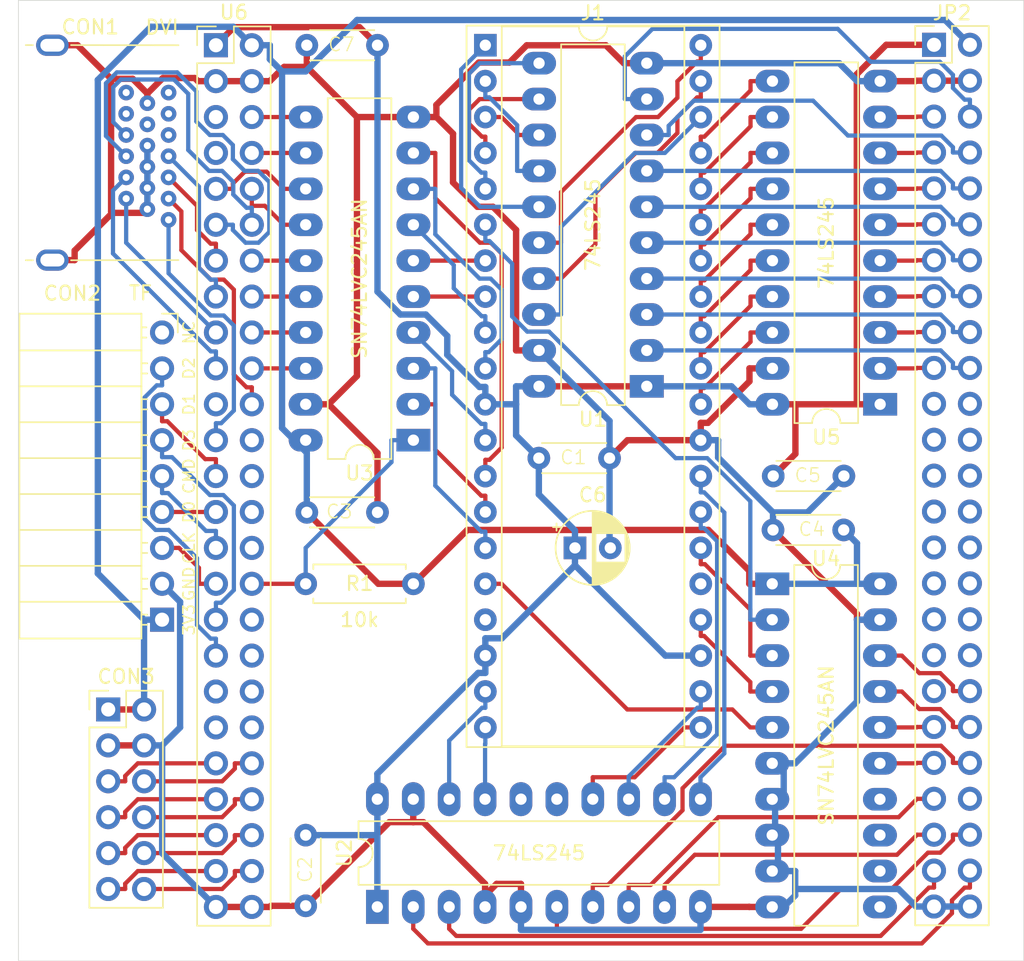
<source format=kicad_pcb>
(kicad_pcb (version 20211014) (generator pcbnew)
  (title_block (title "MSX-IDE 2021") (date "2021-08-05") (company "MSXmakers"))
  (layers (0 "F.Cu" signal "Top") (31 "B.Cu" signal "Bottom") (34 "B.Paste" user) (35 "F.Paste" user) (36 "B.SilkS" user "B.Silkscreen") (37 "F.SilkS" user "F.Silkscreen") (38 "B.Mask" user) (39 "F.Mask" user) (44 "Edge.Cuts" user))
  (net 0 "")
  (net 1 "VCC_3V3")
  (net 2 "GND")
  (net 3 "VCC_5V")
  (net 4 "NMI")
  (net 5 "BUSRQ")
  (net 6 "A15_33")
  (net 7 "A0")
  (net 8 "A14_33")
  (net 9 "A13_33")
  (net 10 "A12_33")
  (net 11 "MERQ")
  (net 12 "IORQ")
  (net 13 "RD")
  (net 14 "WR")
  (net 15 "RESET")
  (net 16 "CLOCK")
  (net 17 "D0")
  (net 18 "D1")
  (net 19 "D2")
  (net 20 "D3")
  (net 21 "D4")
  (net 22 "D5")
  (net 23 "D6")
  (net 24 "D7")
  (net 25 "A1")
  (net 26 "A2")
  (net 27 "A3")
  (net 28 "A4")
  (net 29 "A5")
  (net 30 "A6")
  (net 31 "A7")
  (net 32 "A9")
  (net 33 "A15")
  (net 34 "A11")
  (net 35 "A10")
  (net 36 "A12")
  (net 37 "A8")
  (net 38 "A14")
  (net 39 "A13")
  (net 40 "DATADIR_33")
  (net 41 "M1")
  (net 42 "RFSH")
  (net 43 "A11_33")
  (net 44 "A10_33")
  (net 45 "A9_33")
  (net 46 "A8_33")
  (net 47 "WAIT")
  (net 48 "INT")
  (net 50 "WAIT_33")
  (net 51 "INT_33")
  (net 52 "A0_33")
  (net 53 "A1_33")
  (net 54 "RFSH_33")
  (net 55 "M1_33")
  (net 56 "A2_33")
  (net 57 "A3_33")
  (net 58 "A4_33")
  (net 59 "CLOCK_33")
  (net 60 "RESET_33")
  (net 61 "WR_33")
  (net 62 "RD_33")
  (net 63 "IORQ_33")
  (net 64 "MERQ_33")
  (net 65 "A5_33")
  (net 66 "D7_33")
  (net 67 "D6_33")
  (net 68 "D5_33")
  (net 69 "D4_33")
  (net 70 "D3_33")
  (net 71 "D2_33")
  (net 72 "D1_33")
  (net 73 "D0_33")
  (net 74 "A6_33")
  (net 75 "A7_33")
  (net 76 "SD_D3")
  (net 77 "SD_D2")
  (net 78 "SD_D1")
  (net 79 "SD_D0")
  (net 80 "SD_CMD")
  (net 81 "SD_CLK")
  (net 82 "DV_CLKP")
  (net 83 "DV_CLKN")
  (net 84 "DV_D2N")
  (net 85 "DV_D2P")
  (net 86 "DV_D1N")
  (net 87 "DV_D1P")
  (net 88 "DV_D0N")
  (net 89 "DV_D0P")
  (net 124 "PM_D7")
  (net 125 "PM_D6")
  (net 126 "PM_D5")
  (net 127 "PM_D4")
  (net 128 "PM_D3")
  (net 129 "PM_D2")
  (net 130 "PM_D1")
  (net 131 "PM_D0")
  (footprint "Package_DIP:DIP-20_W7.62mm_LongPads" (layer "F.Cu") (at 151.13 102.87 180)
    (fp_text reference "U1")
    (fp_text value "74LS245")
  )
  (footprint "Mis_huellas:QMTECH_XC7A15T_35T" (layer "F.Cu") (at 120.65 78.74)
    (fp_text reference "U6")
    (fp_text value "QMTECH_XC7A15T_35T")
  )
  (footprint "Package_DIP:DIP-20_W7.62mm_LongPads" (layer "F.Cu") (at 167.64 104.14 180)
    (fp_text reference "U5")
    (fp_text value "74LS245")
  )
  (footprint "Package_DIP:DIP-20_W7.62mm_LongPads" (layer "F.Cu") (at 134.62 106.68 180)
    (fp_text reference "U3")
    (fp_text value "SN74LVC245AN")
  )
  (footprint "Mis_huellas:C_Disc_D4.3mm_W1.9mm_P5.00mm" (layer "F.Cu") (at 165.06 113.03 180)
    (fp_text reference "C4")
    (fp_text value "100n" hide)
  )
  (footprint "Package_DIP:DIP-20_W7.62mm_LongPads" (layer "F.Cu") (at 160.005 116.84)
    (fp_text reference "U4")
    (fp_text value "SN74LVC245AN")
  )
  (footprint "Mis_huellas:C_Disc_D4.3mm_W1.9mm_P5.00mm" (layer "F.Cu") (at 132.08 78.74 180)
    (fp_text reference "C7")
    (fp_text value "100n" hide)
  )
  (footprint "Mis_huellas:HDMI_A" (layer "F.Cu") (at 112.4 86.34 180)
    (fp_text reference "CON1")
    (fp_text value "HDMI_A")
  )
  (footprint "Mis_huellas:C_Disc_D4.3mm_W1.9mm_P5.00mm" (layer "F.Cu") (at 160.075 109.215)
    (fp_text reference "C5")
    (fp_text value "100n" hide)
  )
  (footprint "Capacitor_THT:CP_Radial_D5.0mm_P2.50mm" (layer "F.Cu") (at 146.05 114.3)
    (fp_text reference "C6")
    (fp_text value "100u")
  )
  (footprint "Mis_huellas:C_Disc_D4.3mm_W1.9mm_P5.00mm" (layer "F.Cu") (at 127.08 111.785)
    (fp_text reference "C3")
    (fp_text value "100n" hide)
  )
  (footprint "Package_DIP:DIP-40_W15.24mm_Socket" (layer "F.Cu") (at 139.71 78.74)
    (fp_text reference "J1")
    (fp_text value "Z80CPU")
  )
  (footprint "Mis_huellas:C_Disc_D4.3mm_W1.9mm_P5.00mm" (layer "F.Cu") (at 143.495 107.95)
    (fp_text reference "C1")
    (fp_text value "100n" hide)
  )
  (footprint "Mis_huellas:C_Disc_D4.3mm_W1.9mm_P5.00mm" (layer "F.Cu") (at 127 134.62 -90)
    (fp_text reference "C2")
    (fp_text value "100n" hide)
  )
  (footprint "Connector_PinHeader_2.54mm:PinHeader_2x06_P2.54mm_Vertical" (layer "F.Cu") (at 113.03 125.73)
    (fp_text reference "CON3")
    (fp_text value "PMOD")
  )
  (footprint "Package_DIP:DIP-20_W7.62mm_LongPads" (layer "F.Cu") (at 132.07 139.695 90)
    (fp_text reference "U2")
    (fp_text value "74LS245")
  )
  (footprint "Resistor_THT:R_Axial_DIN0207_L6.3mm_D2.5mm_P7.62mm_Horizontal" (layer "F.Cu") (at 134.62 116.84 180)
    (fp_text reference "R1")
    (fp_text value "10k")
  )
  (footprint "Mis_huellas:9_pin_tf" (layer "F.Cu") (at 116.84 99.06)
    (fp_text reference "CON2")
    (fp_text value "9_PIN_TF")
  )
  (gr_rect (start 106.68 75.565) (end 177.8 143.51) (layer "Edge.Cuts") (width 0.05) (fill none))
  (gr_text "DVI" (at 116.84 77.47) (layer "F.SilkS") (effects (font (size 1 1))))
  (gr_text "NC" (at 118.745 99.06 90) (layer "F.SilkS") (effects (font (size 0.8 0.8) (thickness 0.12))))
  (gr_text "D2" (at 118.745 101.6 90) (layer "F.SilkS") (effects (font (size 0.8 0.8) (thickness 0.12))))
  (gr_text "TF" (at 115.316 96.266) (layer "F.SilkS") (effects (font (size 1 1))))
  (gr_text "D0" (at 118.745 111.76 90) (layer "F.SilkS") (effects (font (size 0.8 0.8) (thickness 0.12))))
  (gr_text "CMD" (at 118.745 109.22 90) (layer "F.SilkS") (effects (font (size 0.8 0.8) (thickness 0.12))))
  (gr_text "3V3" (at 118.745 119.38 90) (layer "F.SilkS") (effects (font (size 0.8 0.8) (thickness 0.12))))
  (gr_text "GND" (at 118.745 116.84 90) (layer "F.SilkS") (effects (font (size 0.8 0.8) (thickness 0.12))))
  (gr_text "D1" (at 118.745 104.14 90) (layer "F.SilkS") (effects (font (size 0.8 0.8) (thickness 0.12))))
  (gr_text "D3" (at 118.745 106.68 90) (layer "F.SilkS") (effects (font (size 0.8 0.8) (thickness 0.12))))
  (gr_text "CLK" (at 118.745 114.3 90) (layer "F.SilkS") (effects (font (size 0.8 0.8) (thickness 0.12))))
  (segment (start 115.57 125.73) (end 114.3051 125.73) (width 0.45) (layer "F.Cu") (net 1))
  (segment (start 113.03 125.73) (end 114.3051 125.73) (width 0.45) (layer "F.Cu") (net 1))
  (segment (start 155.4887 113.03) (end 158.3799 115.9212) (width 0.45) (layer "F.Cu") (net 1))
  (segment (start 134.62 116.84) (end 132.135 116.84) (width 0.45) (layer "F.Cu") (net 1))
  (segment (start 132.135 116.84) (end 127.08 111.785) (width 0.45) (layer "F.Cu") (net 1))
  (segment (start 138.43 113.03) (end 155.4887 113.03) (width 0.45) (layer "F.Cu") (net 1))
  (segment (start 160.005 116.84) (end 158.3799 116.84) (width 0.45) (layer "F.Cu") (net 1))
  (segment (start 158.3799 115.9212) (end 158.3799 116.84) (width 0.45) (layer "F.Cu") (net 1))
  (segment (start 134.62 116.84) (end 138.43 113.03) (width 0.45) (layer "F.Cu") (net 1))
  (segment (start 116.053 77.4348) (end 121.8848 77.4348) (width 0.45) (layer "B.Cu") (net 1))
  (segment (start 112.2964 81.1914) (end 116.053 77.4348) (width 0.45) (layer "B.Cu") (net 1))
  (segment (start 115.5649 119.38) (end 112.2964 116.1115) (width 0.45) (layer "B.Cu") (net 1))
  (segment (start 123.19 78.74) (end 124.4651 78.74) (width 0.45) (layer "B.Cu") (net 1))
  (segment (start 160.005 116.84) (end 165.9999 116.84) (width 0.45) (layer "B.Cu") (net 1))
  (segment (start 165.9999 116.84) (end 165.9999 113.9699) (width 0.45) (layer "B.Cu") (net 1))
  (segment (start 172.2342 76.9542) (end 173.99 78.71) (width 0.45) (layer "B.Cu") (net 1))
  (segment (start 125.3279 80.5914) (end 125.3279 105.8204) (width 0.45) (layer "B.Cu") (net 1))
  (segment (start 165.9999 113.9699) (end 165.06 113.03) (width 0.45) (layer "B.Cu") (net 1))
  (segment (start 130.6353 76.9542) (end 172.2342 76.9542) (width 0.45) (layer "B.Cu") (net 1))
  (segment (start 167.625 116.84) (end 165.9999 116.84) (width 0.45) (layer "B.Cu") (net 1))
  (segment (start 121.8848 77.4348) (end 123.19 78.74) (width 0.45) (layer "B.Cu") (net 1))
  (segment (start 125.3279 105.8204) (end 126.1875 106.68) (width 0.45) (layer "B.Cu") (net 1))
  (segment (start 126.9981 80.5914) (end 130.6353 76.9542) (width 0.45) (layer "B.Cu") (net 1))
  (segment (start 112.2964 116.1115) (end 112.2964 81.1914) (width 0.45) (layer "B.Cu") (net 1))
  (segment (start 115.5649 124.4498) (end 115.57 124.4549) (width 0.45) (layer "B.Cu") (net 1))
  (segment (start 116.84 119.38) (end 115.5649 119.38) (width 0.45) (layer "B.Cu") (net 1))
  (segment (start 127 106.68) (end 126.1875 106.68) (width 0.45) (layer "B.Cu") (net 1))
  (segment (start 115.57 125.73) (end 115.57 124.4549) (width 0.45) (layer "B.Cu") (net 1))
  (segment (start 124.4651 79.7286) (end 125.3279 80.5914) (width 0.45) (layer "B.Cu") (net 1))
  (segment (start 124.4651 78.74) (end 124.4651 79.7286) (width 0.45) (layer "B.Cu") (net 1))
  (segment (start 125.3279 80.5914) (end 126.9981 80.5914) (width 0.45) (layer "B.Cu") (net 1))
  (segment (start 126.1875 106.68) (end 127.08 107.5725) (width 0.45) (layer "B.Cu") (net 1))
  (segment (start 115.5649 119.38) (end 115.5649 124.4498) (width 0.45) (layer "B.Cu") (net 1))
  (segment (start 127.08 107.5725) (end 127.08 111.785) (width 0.45) (layer "B.Cu") (net 1))
  (segment (start 113.325 90.5987) (end 113.2339 90.5076) (width 0.45) (layer "F.Cu") (net 2))
  (segment (start 154.95 106.68) (end 154.95 105.4549) (width 0.45) (layer "F.Cu") (net 2))
  (segment (start 139.69 138.8824) (end 140.5025 138.0699) (width 0.45) (layer "F.Cu") (net 2))
  (segment (start 127 104.14) (end 128.6251 104.14) (width 0.45) (layer "F.Cu") (net 2))
  (segment (start 148.2392 78.7443) (end 142.6372 78.7443) (width 0.45) (layer "F.Cu") (net 2))
  (segment (start 160.02 101.6) (end 158.3949 101.6) (width 0.45) (layer "F.Cu") (net 2))
  (segment (start 120.65 81.28) (end 119.3749 81.28) (width 0.45) (layer "F.Cu") (net 2))
  (segment (start 132.9199 133.7001) (end 134.61 133.7001) (width 0.45) (layer "F.Cu") (net 2))
  (segment (start 123.19 139.7) (end 124.4651 139.7) (width 0.45) (layer "F.Cu") (net 2))
  (segment (start 132.9949 83.82) (end 130.6264 83.82) (width 0.45) (layer "F.Cu") (net 2))
  (segment (start 130.6264 102.1387) (end 128.6251 104.14) (width 0.45) (layer "F.Cu") (net 2))
  (segment (start 158.3749 139.695) (end 158.3799 139.7) (width 0.45) (layer "F.Cu") (net 2))
  (segment (start 113.2339 81.115) (end 110.8589 78.74) (width 0.45) (layer "F.Cu") (net 2))
  (segment (start 127.08 80.2736) (end 125.4715 80.2736) (width 0.45) (layer "F.Cu") (net 2))
  (segment (start 149.5049 80.01) (end 148.2392 78.7443) (width 0.45) (layer "F.Cu") (net 2))
  (segment (start 132.08 111.785) (end 132.08 107.5949) (width 0.45) (layer "F.Cu") (net 2))
  (segment (start 160.005 139.7) (end 158.3799 139.7) (width 0.45) (layer "F.Cu") (net 2))
  (segment (start 119.1549 81.06) (end 116.8937 81.06) (width 0.45) (layer "F.Cu") (net 2))
  (segment (start 141.8849 91.8042) (end 140.2507 90.17) (width 0.45) (layer "F.Cu") (net 2))
  (segment (start 142.23 139.695) (end 142.23 138.0699) (width 0.45) (layer "F.Cu") (net 2))
  (segment (start 115.8 82.1537) (end 115.8 82.84) (width 0.45) (layer "F.Cu") (net 2))
  (segment (start 130.6264 83.82) (end 130.6264 102.1387) (width 0.45) (layer "F.Cu") (net 2))
  (segment (start 154.93 139.695) (end 158.3749 139.695) (width 0.45) (layer "F.Cu") (net 2))
  (segment (start 124.4651 139.7) (end 124.5451 139.62) (width 0.45) (layer "F.Cu") (net 2))
  (segment (start 140.5025 138.0699) (end 142.23 138.0699) (width 0.45) (layer "F.Cu") (net 2))
  (segment (start 119.3749 81.28) (end 119.1549 81.06) (width 0.45) (layer "F.Cu") (net 2))
  (segment (start 151.13 80.01) (end 149.5049 80.01) (width 0.45) (layer "F.Cu") (net 2))
  (segment (start 113.2339 90.5076) (end 113.2339 81.115) (width 0.45) (layer "F.Cu") (net 2))
  (segment (start 137.4233 88.4463) (end 137.4233 84.9982) (width 0.45) (layer "F.Cu") (net 2))
  (segment (start 135.3203 133.7002) (end 139.69 138.0699) (width 0.45) (layer "F.Cu") (net 2))
  (segment (start 165.9999 119.38) (end 165.9999 118.9699) (width 0.45) (layer "F.Cu") (net 2))
  (segment (start 165.9999 118.9699) (end 160.06 113.03) (width 0.45) (layer "F.Cu") (net 2))
  (segment (start 123.19 139.7) (end 120.65 139.7) (width 0.45) (layer "F.Cu") (net 2))
  (segment (start 140.2507 90.17) (end 139.147 90.17) (width 0.45) (layer "F.Cu") (net 2))
  (segment (start 139.147 90.17) (end 137.4233 88.4463) (width 0.45) (layer "F.Cu") (net 2))
  (segment (start 115.57 128.27) (end 113.03 128.27) (width 0.45) (layer "F.Cu") (net 2))
  (segment (start 139.69 138.8824) (end 139.69 138.0699) (width 0.45) (layer "F.Cu") (net 2))
  (segment (start 139.69 139.695) (end 139.69 138.8824) (width 0.45) (layer "F.Cu") (net 2))
  (segment (start 130.6264 83.82) (end 127.08 80.2736) (width 0.45) (layer "F.Cu") (net 2))
  (segment (start 113.2341 81.1148) (end 114.7611 81.1148) (width 0.45) (layer "F.Cu") (net 2))
  (segment (start 143.51 100.33) (end 141.8849 100.33) (width 0.45) (layer "F.Cu") (net 2))
  (segment (start 171.45 81.25) (end 170.1749 81.25) (width 0.45) (layer "F.Cu") (net 2))
  (segment (start 170.1749 81.25) (end 170.1449 81.28) (width 0.45) (layer "F.Cu") (net 2))
  (segment (start 158.3949 102.5177) (end 155.4577 105.4549) (width 0.45) (layer "F.Cu") (net 2))
  (segment (start 109.08 93.94) (end 110.6551 93.94) (width 0.45) (layer "F.Cu") (net 2))
  (segment (start 173.99 81.25) (end 171.45 81.25) (width 0.45) (layer "F.Cu") (net 2))
  (segment (start 115.8 90.34) (end 115.5413 90.5987) (width 0.45) (layer "F.Cu") (net 2))
  (segment (start 149.765 106.68) (end 148.495 107.95) (width 0.45) (layer "F.Cu") (net 2))
  (segment (start 123.19 81.28) (end 120.65 81.28) (width 0.45) (layer "F.Cu") (net 2))
  (segment (start 137.4233 84.9982) (end 136.2451 83.82) (width 0.45) (layer "F.Cu") (net 2))
  (segment (start 134.61 133.7002) (end 135.3203 133.7002) (width 0.45) (layer "F.Cu") (net 2))
  (segment (start 155.4577 105.4549) (end 154.95 105.4549) (width 0.45) (layer "F.Cu") (net 2))
  (segment (start 141.8849 100.33) (end 141.8849 91.8042) (width 0.45) (layer "F.Cu") (net 2))
  (segment (start 114.7611 81.1148) (end 115.8 82.1537) (width 0.45) (layer "F.Cu") (net 2))
  (segment (start 154.95 106.68) (end 149.765 106.68) (width 0.45) (layer "F.Cu") (net 2))
  (segment (start 124.5451 139.62) (end 127 139.62) (width 0.45) (layer "F.Cu") (net 2))
  (segment (start 134.61 132.075) (end 134.61 133.7001) (width 0.45) (layer "F.Cu") (net 2))
  (segment (start 139.2396 79.9652) (end 136.2451 82.9597) (width 0.45) (layer "F.Cu") (net 2))
  (segment (start 116.8937 81.06) (end 115.8 82.1537) (width 0.45) (layer "F.Cu") (net 2))
  (segment (start 158.3949 101.6) (end 158.3949 102.5177) (width 0.45) (layer "F.Cu") (net 2))
  (segment (start 125.4715 80.2736) (end 124.4651 81.28) (width 0.45) (layer "F.Cu") (net 2))
  (segment (start 110.8589 78.74) (end 109.08 78.74) (width 0.45) (layer "F.Cu") (net 2))
  (segment (start 113.2339 81.115) (end 113.2341 81.1148) (width 0.45) (layer "F.Cu") (net 2))
  (segment (start 123.19 81.28) (end 124.4651 81.28) (width 0.45) (layer "F.Cu") (net 2))
  (segment (start 132.08 107.5949) (end 128.6251 104.14) (width 0.45) (layer "F.Cu") (net 2))
  (segment (start 134.61 133.7001) (end 134.61 133.7002) (width 0.45) (layer "F.Cu") (net 2))
  (segment (start 142.6372 78.7443) (end 141.4163 79.9652) (width 0.45) (layer "F.Cu") (net 2))
  (segment (start 170.1449 81.28) (end 167.64 81.28) (width 0.45) (layer "F.Cu") (net 2))
  (segment (start 141.4163 79.9652) (end 139.2396 79.9652) (width 0.45) (layer "F.Cu") (net 2))
  (segment (start 127 139.62) (end 132.9199 133.7001) (width 0.45) (layer "F.Cu") (net 2))
  (segment (start 167.625 119.38) (end 165.9999 119.38) (width 0.45) (layer "F.Cu") (net 2))
  (segment (start 134.62 83.82) (end 136.2451 83.82) (width 0.45) (layer "F.Cu") (net 2))
  (segment (start 136.2451 82.9597) (end 136.2451 83.82) (width 0.45) (layer "F.Cu") (net 2))
  (segment (start 110.6551 93.2686) (end 110.6551 93.94) (width 0.45) (layer "F.Cu") (net 2))
  (segment (start 115.5413 90.5987) (end 113.325 90.5987) (width 0.45) (layer "F.Cu") (net 2))
  (segment (start 113.325 90.5987) (end 110.6551 93.2686) (width 0.45) (layer "F.Cu") (net 2))
  (segment (start 134.62 83.82) (end 132.9949 83.82) (width 0.45) (layer "F.Cu") (net 2))
  (segment (start 127.08 78.74) (end 127.08 80.2736) (width 0.45) (layer "F.Cu") (net 2))
  (segment (start 154.93 139.695) (end 154.93 141.3201) (width 0.45) (layer "B.Cu") (net 2))
  (segment (start 162.5 111.79) (end 165.075 109.215) (width 0.45) (layer "B.Cu") (net 2))
  (segment (start 160.2082 132.08) (end 160.8176 132.08) (width 0.45) (layer "B.Cu") (net 2))
  (segment (start 115.8 88.84) (end 115.8 90.34) (width 0.45) (layer "B.Cu") (net 2))
  (segment (start 160.005 132.08) (end 160.2082 132.08) (width 0.45) (layer "B.Cu") (net 2))
  (segment (start 116.8451 135.8951) (end 120.65 139.7) (width 0.45) (layer "B.Cu") (net 2))
  (segment (start 116.8451 128.27) (end 116.8451 135.8951) (width 0.45) (layer "B.Cu") (net 2))
  (segment (start 160.8176 129.54) (end 161.6301 129.54) (width 0.45) (layer "B.Cu") (net 2))
  (segment (start 143.51 100.33) (end 148.495 105.315) (width 0.45) (layer "B.Cu") (net 2))
  (segment (start 160.4113 137.16) (end 161.6301 137.16) (width 0.45) (layer "B.Cu") (net 2))
  (segment (start 160.06 113.03) (end 160.06 111.79) (width 0.45) (layer "B.Cu") (net 2))
  (segment (start 160.06 111.79) (end 162.5 111.79) (width 0.45) (layer "B.Cu") (net 2))
  (segment (start 115.8 87.34) (end 115.8 88.84) (width 0.45) (layer "B.Cu") (net 2))
  (segment (start 116.84 116.84) (end 118.1152 118.1152) (width 0.45) (layer "B.Cu") (net 2))
  (segment (start 160.005 139.7) (end 160.8176 139.7) (width 0.45) (layer "B.Cu") (net 2))
  (segment (start 156.1751 107.9051) (end 156.1751 106.68) (width 0.45) (layer "B.Cu") (net 2))
  (segment (start 161.6301 138.43) (end 161.6301 137.16) (width 0.45) (layer "B.Cu") (net 2))
  (segment (start 161.6301 138.8875) (end 161.6301 138.43) (width 0.45) (layer "B.Cu") (net 2))
  (segment (start 160.4113 134.62) (end 160.4113 137.16) (width 0.45) (layer "B.Cu") (net 2))
  (segment (start 160.8176 139.7) (end 161.6301 138.8875) (width 0.45) (layer "B.Cu") (net 2))
  (segment (start 148.495 105.315) (end 148.495 107.95) (width 0.45) (layer "B.Cu") (net 2))
  (segment (start 170.1749 139.67) (end 168.9349 138.43) (width 0.45) (layer "B.Cu") (net 2))
  (segment (start 160.2082 134.62) (end 160.4113 134.62) (width 0.45) (layer "B.Cu") (net 2))
  (segment (start 173.99 139.67) (end 171.45 139.67) (width 0.45) (layer "B.Cu") (net 2))
  (segment (start 118.1152 118.1152) (end 118.1152 126.9999) (width 0.45) (layer "B.Cu") (net 2))
  (segment (start 118.1152 126.9999) (end 116.8451 128.27) (width 0.45) (layer "B.Cu") (net 2))
  (segment (start 154.93 141.3201) (end 142.23 141.3201) (width 0.45) (layer "B.Cu") (net 2))
  (segment (start 160.005 134.62) (end 160.2082 134.62) (width 0.45) (layer "B.Cu") (net 2))
  (segment (start 168.9349 138.43) (end 161.6301 138.43) (width 0.45) (layer "B.Cu") (net 2))
  (segment (start 160.2082 134.62) (end 160.2082 132.08) (width 0.45) (layer "B.Cu") (net 2))
  (segment (start 160.06 111.79) (end 156.1751 107.9051) (width 0.45) (layer "B.Cu") (net 2))
  (segment (start 142.23 139.695) (end 142.23 141.3201) (width 0.45) (layer "B.Cu") (net 2))
  (segment (start 160.005 129.54) (end 160.8176 129.54) (width 0.45) (layer "B.Cu") (net 2))
  (segment (start 164.7449 80.01) (end 166.0149 81.28) (width 0.45) (layer "B.Cu") (net 2))
  (segment (start 171.45 139.67) (end 170.1749 139.67) (width 0.45) (layer "B.Cu") (net 2))
  (segment (start 148.495 107.95) (end 148.495 114.245) (width 0.45) (layer "B.Cu") (net 2))
  (segment (start 160.005 137.16) (end 160.4113 137.16) (width 0.45) (layer "B.Cu") (net 2))
  (segment (start 167.625 119.38) (end 165.9999 119.38) (width 0.45) (layer "B.Cu") (net 2))
  (segment (start 148.495 114.245) (end 148.55 114.3) (width 0.45) (layer "B.Cu") (net 2))
  (segment (start 167.64 81.28) (end 166.0149 81.28) (width 0.45) (layer "B.Cu") (net 2))
  (segment (start 165.9999 125.1702) (end 161.6301 129.54) (width 0.45) (layer "B.Cu") (net 2))
  (segment (start 115.8 85.84) (end 115.8 87.34) (width 0.45) (layer "B.Cu") (net 2))
  (segment (start 165.9999 119.38) (end 165.9999 125.1702) (width 0.45) (layer "B.Cu") (net 2))
  (segment (start 154.95 106.68) (end 156.1751 106.68) (width 0.45) (layer "B.Cu") (net 2))
  (segment (start 115.57 128.27) (end 116.8451 128.27) (width 0.45) (layer "B.Cu") (net 2))
  (segment (start 160.8176 132.08) (end 160.8176 129.54) (width 0.45) (layer "B.Cu") (net 2))
  (segment (start 151.13 80.01) (end 164.7449 80.01) (width 0.45) (layer "B.Cu") (net 2))
  (segment (start 165.9873 80.7909) (end 168.0682 78.71) (width 0.45) (layer "F.Cu") (net 3))
  (segment (start 165.9873 104.14) (end 165.9873 80.7909) (width 0.45) (layer "F.Cu") (net 3))
  (segment (start 120.65 78.74) (end 121.9288 77.4612) (width 0.45) (layer "F.Cu") (net 3))
  (segment (start 168.0682 78.71) (end 171.45 78.71) (width 0.45) (layer "F.Cu") (net 3))
  (segment (start 143.51 102.87) (end 151.13 102.87) (width 0.45) (layer "F.Cu") (net 3))
  (segment (start 165.9873 104.14) (end 167.64 104.14) (width 0.45) (layer "F.Cu") (net 3))
  (segment (start 160.075 109.215) (end 161.6451 107.6449) (width 0.45) (layer "F.Cu") (net 3))
  (segment (start 161.6451 107.6449) (end 161.6451 104.14) (width 0.45) (layer "F.Cu") (net 3))
  (segment (start 130.8012 77.4612) (end 132.08 78.74) (width 0.45) (layer "F.Cu") (net 3))
  (segment (start 121.9288 77.4612) (end 130.8012 77.4612) (width 0.45) (layer "F.Cu") (net 3))
  (segment (start 160.02 104.14) (end 161.6451 104.14) (width 0.45) (layer "F.Cu") (net 3))
  (segment (start 161.6451 104.14) (end 165.9873 104.14) (width 0.45) (layer "F.Cu") (net 3))
  (segment (start 132.07 139.695) (end 132.07 134.62) (width 0.45) (layer "B.Cu") (net 3))
  (segment (start 146.05 113.6874) (end 146.05 114.3) (width 0.45) (layer "B.Cu") (net 3))
  (segment (start 151.13 102.87) (end 157.1249 102.87) (width 0.45) (layer "B.Cu") (net 3))
  (segment (start 141.8849 104.14) (end 141.8849 102.87) (width 0.45) (layer "B.Cu") (net 3))
  (segment (start 135.4998 97.79) (end 133.6993 97.79) (width 0.45) (layer "B.Cu") (net 3))
  (segment (start 152.4449 121.92) (end 154.95 121.92) (width 0.45) (layer "B.Cu") (net 3))
  (segment (start 157.1249 102.87) (end 158.3949 104.14) (width 0.45) (layer "B.Cu") (net 3))
  (segment (start 132.07 130.2774) (end 139.2023 123.1451) (width 0.45) (layer "B.Cu") (net 3))
  (segment (start 132.07 132.075) (end 132.07 130.2774) (width 0.45) (layer "B.Cu") (net 3))
  (segment (start 139.2884 102.9149) (end 137.0141 100.6406) (width 0.45) (layer "B.Cu") (net 3))
  (segment (start 140.8802 120.6949) (end 139.71 120.6949) (width 0.45) (layer "B.Cu") (net 3))
  (segment (start 139.2023 123.1451) (end 139.71 123.1451) (width 0.45) (layer "B.Cu") (net 3))
  (segment (start 132.08 96.1707) (end 132.08 78.74) (width 0.45) (layer "B.Cu") (net 3))
  (segment (start 139.71 102.9149) (end 139.2884 102.9149) (width 0.45) (layer "B.Cu") (net 3))
  (segment (start 146.05 114.3) (end 146.05 115.5251) (width 0.45) (layer "B.Cu") (net 3))
  (segment (start 139.71 121.92) (end 139.71 120.6949) (width 0.45) (layer "B.Cu") (net 3))
  (segment (start 141.8849 106.3399) (end 141.8849 104.14) (width 0.45) (layer "B.Cu") (net 3))
  (segment (start 143.51 102.87) (end 141.8849 102.87) (width 0.45) (layer "B.Cu") (net 3))
  (segment (start 146.05 115.5251) (end 140.8802 120.6949) (width 0.45) (layer "B.Cu") (net 3))
  (segment (start 132.07 134.62) (end 127 134.62) (width 0.45) (layer "B.Cu") (net 3))
  (segment (start 139.71 104.14) (end 139.71 102.9149) (width 0.45) (layer "B.Cu") (net 3))
  (segment (start 146.05 113.6874) (end 146.05 113.0749) (width 0.45) (layer "B.Cu") (net 3))
  (segment (start 139.71 104.14) (end 141.8849 104.14) (width 0.45) (layer "B.Cu") (net 3))
  (segment (start 143.495 110.5199) (end 143.495 107.95) (width 0.45) (layer "B.Cu") (net 3))
  (segment (start 146.05 115.5251) (end 152.4449 121.92) (width 0.45) (layer "B.Cu") (net 3))
  (segment (start 139.71 121.92) (end 139.71 123.1451) (width 0.45) (layer "B.Cu") (net 3))
  (segment (start 132.07 134.62) (end 132.07 132.075) (width 0.45) (layer "B.Cu") (net 3))
  (segment (start 133.6993 97.79) (end 132.08 96.1707) (width 0.45) (layer "B.Cu") (net 3))
  (segment (start 143.495 107.95) (end 141.8849 106.3399) (width 0.45) (layer "B.Cu") (net 3))
  (segment (start 137.0141 99.3043) (end 135.4998 97.79) (width 0.45) (layer "B.Cu") (net 3))
  (segment (start 146.05 113.0749) (end 143.495 110.5199) (width 0.45) (layer "B.Cu") (net 3))
  (segment (start 160.02 104.14) (end 158.3949 104.14) (width 0.45) (layer "B.Cu") (net 3))
  (segment (start 137.0141 100.6406) (end 137.0141 99.3043) (width 0.45) (layer "B.Cu") (net 3))
  (segment (start 172.7899 80.8361) (end 171.864 79.9102) (width 0.3) (layer "B.Cu") (net 6))
  (segment (start 171.864 79.9102) (end 166.9654 79.9102) (width 0.3) (layer "B.Cu") (net 6))
  (segment (start 173.6149 82.5899) (end 172.7899 81.7649) (width 0.3) (layer "B.Cu") (net 6))
  (segment (start 172.7899 81.7649) (end 172.7899 80.8361) (width 0.3) (layer "B.Cu") (net 6))
  (segment (start 151.13 82.55) (end 149.5799 82.55) (width 0.3) (layer "B.Cu") (net 6))
  (segment (start 151.5314 77.5819) (end 149.5799 79.5334) (width 0.3) (layer "B.Cu") (net 6))
  (segment (start 173.99 82.5899) (end 173.6149 82.5899) (width 0.3) (layer "B.Cu") (net 6))
  (segment (start 164.6371 77.5819) (end 151.5314 77.5819) (width 0.3) (layer "B.Cu") (net 6))
  (segment (start 173.99 83.79) (end 173.99 82.5899) (width 0.3) (layer "B.Cu") (net 6))
  (segment (start 166.9654 79.9102) (end 164.6371 77.5819) (width 0.3) (layer "B.Cu") (net 6))
  (segment (start 149.5799 79.5334) (end 149.5799 82.55) (width 0.3) (layer "B.Cu") (net 6))
  (segment (start 154.95 104.14) (end 154.95 102.9899) (width 0.3) (layer "F.Cu") (net 7))
  (segment (start 155.2012 102.9899) (end 158.4699 99.7212) (width 0.3) (layer "F.Cu") (net 7))
  (segment (start 154.95 102.9899) (end 155.2012 102.9899) (width 0.3) (layer "F.Cu") (net 7))
  (segment (start 158.4699 99.7212) (end 158.4699 99.06) (width 0.3) (layer "F.Cu") (net 7))
  (segment (start 160.02 99.06) (end 158.4699 99.06) (width 0.3) (layer "F.Cu") (net 7))
  (segment (start 154.4549 82.6633) (end 152.6801 84.4381) (width 0.3) (layer "B.Cu") (net 8))
  (segment (start 165.3611 85.1299) (end 162.8945 82.6633) (width 0.3) (layer "B.Cu") (net 8))
  (segment (start 172.7899 85.9549) (end 171.9649 85.1299) (width 0.3) (layer "B.Cu") (net 8))
  (segment (start 151.13 85.09) (end 152.6801 85.09) (width 0.3) (layer "B.Cu") (net 8))
  (segment (start 172.7899 86.33) (end 172.7899 85.9549) (width 0.3) (layer "B.Cu") (net 8))
  (segment (start 173.99 86.33) (end 172.7899 86.33) (width 0.3) (layer "B.Cu") (net 8))
  (segment (start 171.9649 85.1299) (end 165.3611 85.1299) (width 0.3) (layer "B.Cu") (net 8))
  (segment (start 152.6801 84.4381) (end 152.6801 85.09) (width 0.3) (layer "B.Cu") (net 8))
  (segment (start 162.8945 82.6633) (end 154.4549 82.6633) (width 0.3) (layer "B.Cu") (net 8))
  (segment (start 171.9249 87.63) (end 151.13 87.63) (width 0.3) (layer "B.Cu") (net 9))
  (segment (start 173.99 88.87) (end 172.7899 88.87) (width 0.3) (layer "B.Cu") (net 9))
  (segment (start 172.7899 88.495) (end 171.9249 87.63) (width 0.3) (layer "B.Cu") (net 9))
  (segment (start 172.7899 88.87) (end 172.7899 88.495) (width 0.3) (layer "B.Cu") (net 9))
  (segment (start 171.9249 90.17) (end 151.13 90.17) (width 0.3) (layer "B.Cu") (net 10))
  (segment (start 173.99 91.41) (end 172.7899 91.41) (width 0.3) (layer "B.Cu") (net 10))
  (segment (start 172.7899 91.41) (end 172.7899 91.035) (width 0.3) (layer "B.Cu") (net 10))
  (segment (start 172.7899 91.035) (end 171.9249 90.17) (width 0.3) (layer "B.Cu") (net 10))
  (segment (start 137.15 127.9318) (end 139.4717 125.6101) (width 0.3) (layer "B.Cu") (net 11))
  (segment (start 139.4717 125.6101) (end 139.71 125.6101) (width 0.3) (layer "B.Cu") (net 11))
  (segment (start 139.71 124.46) (end 139.71 125.6101) (width 0.3) (layer "B.Cu") (net 11))
  (segment (start 137.15 132.075) (end 137.15 127.9318) (width 0.3) (layer "B.Cu") (net 11))
  (segment (start 139.71 127) (end 139.71 128.1501) (width 0.3) (layer "B.Cu") (net 12))
  (segment (start 139.69 128.1701) (end 139.71 128.1501) (width 0.3) (layer "B.Cu") (net 12))
  (segment (start 139.69 132.075) (end 139.69 128.1701) (width 0.3) (layer "B.Cu") (net 12))
  (segment (start 150.275 130.5249) (end 153.7999 127) (width 0.3) (layer "F.Cu") (net 13))
  (segment (start 147.31 132.075) (end 147.31 130.5249) (width 0.3) (layer "F.Cu") (net 13))
  (segment (start 147.31 130.5249) (end 150.275 130.5249) (width 0.3) (layer "F.Cu") (net 13))
  (segment (start 154.95 127) (end 153.7999 127) (width 0.3) (layer "F.Cu") (net 13))
  (segment (start 154.7117 125.6101) (end 154.95 125.6101) (width 0.3) (layer "B.Cu") (net 14))
  (segment (start 149.85 130.4718) (end 154.7117 125.6101) (width 0.3) (layer "B.Cu") (net 14))
  (segment (start 154.95 124.46) (end 154.95 125.6101) (width 0.3) (layer "B.Cu") (net 14))
  (segment (start 149.85 132.075) (end 149.85 130.4718) (width 0.3) (layer "B.Cu") (net 14))
  (segment (start 158.4549 118.6674) (end 158.4549 121.92) (width 0.3) (layer "F.Cu") (net 15))
  (segment (start 154.95 115.4501) (end 155.2376 115.4501) (width 0.3) (layer "F.Cu") (net 15))
  (segment (start 155.2376 115.4501) (end 158.4549 118.6674) (width 0.3) (layer "F.Cu") (net 15))
  (segment (start 154.95 114.3) (end 154.95 115.4501) (width 0.3) (layer "F.Cu") (net 15))
  (segment (start 160.005 121.92) (end 158.4549 121.92) (width 0.3) (layer "F.Cu") (net 15))
  (segment (start 153.1678 107.95) (end 155.4066 107.95) (width 0.3) (layer "B.Cu") (net 16))
  (segment (start 139.71 91.44) (end 139.71 92.5901) (width 0.3) (layer "B.Cu") (net 16))
  (segment (start 155.4066 107.95) (end 158.4549 110.9983) (width 0.3) (layer "B.Cu") (net 16))
  (segment (start 139.9975 92.5901) (end 141.603 94.1956) (width 0.3) (layer "B.Cu") (net 16))
  (segment (start 158.4549 110.9983) (end 158.4549 119.38) (width 0.3) (layer "B.Cu") (net 16))
  (segment (start 139.71 92.5901) (end 139.9975 92.5901) (width 0.3) (layer "B.Cu") (net 16))
  (segment (start 144.2164 98.9986) (end 153.1678 107.95) (width 0.3) (layer "B.Cu") (net 16))
  (segment (start 141.603 94.1956) (end 141.603 97.9281) (width 0.3) (layer "B.Cu") (net 16))
  (segment (start 142.6735 98.9986) (end 144.2164 98.9986) (width 0.3) (layer "B.Cu") (net 16))
  (segment (start 160.005 119.38) (end 158.4549 119.38) (width 0.3) (layer "B.Cu") (net 16))
  (segment (start 141.603 97.9281) (end 142.6735 98.9986) (width 0.3) (layer "B.Cu") (net 16))
  (segment (start 139.71 110.6099) (end 139.4224 110.6099) (width 0.3) (layer "F.Cu") (net 17))
  (segment (start 134.62 104.14) (end 136.1701 104.14) (width 0.3) (layer "F.Cu") (net 17))
  (segment (start 139.4224 110.6099) (end 136.1701 107.3576) (width 0.3) (layer "F.Cu") (net 17))
  (segment (start 139.71 111.76) (end 139.71 110.6099) (width 0.3) (layer "F.Cu") (net 17))
  (segment (start 136.1701 107.3576) (end 136.1701 104.14) (width 0.3) (layer "F.Cu") (net 17))
  (segment (start 134.62 101.6) (end 136.1701 101.6) (width 0.3) (layer "B.Cu") (net 18))
  (segment (start 139.71 114.3) (end 139.71 113.1499) (width 0.3) (layer "B.Cu") (net 18))
  (segment (start 139.4224 113.1499) (end 136.1701 109.8976) (width 0.3) (layer "B.Cu") (net 18))
  (segment (start 139.71 113.1499) (end 139.4224 113.1499) (width 0.3) (layer "B.Cu") (net 18))
  (segment (start 136.1701 109.8976) (end 136.1701 101.6) (width 0.3) (layer "B.Cu") (net 18))
  (segment (start 137.3565 103.4639) (end 137.3565 101.7965) (width 0.3) (layer "B.Cu") (net 19))
  (segment (start 139.71 106.68) (end 139.71 105.5299) (width 0.3) (layer "B.Cu") (net 19))
  (segment (start 139.4225 105.5299) (end 137.3565 103.4639) (width 0.3) (layer "B.Cu") (net 19))
  (segment (start 137.3565 101.7965) (end 134.62 99.06) (width 0.3) (layer "B.Cu") (net 19))
  (segment (start 139.71 105.5299) (end 139.4225 105.5299) (width 0.3) (layer "B.Cu") (net 19))
  (segment (start 139.71 96.52) (end 134.62 96.52) (width 0.3) (layer "F.Cu") (net 20))
  (segment (start 139.71 93.98) (end 134.62 93.98) (width 0.3) (layer "F.Cu") (net 21))
  (segment (start 139.4529 97.9099) (end 137.4763 95.9333) (width 0.3) (layer "B.Cu") (net 22))
  (segment (start 137.4763 94.2963) (end 134.62 91.44) (width 0.3) (layer "B.Cu") (net 22))
  (segment (start 139.71 97.9099) (end 139.4529 97.9099) (width 0.3) (layer "B.Cu") (net 22))
  (segment (start 137.4763 95.9333) (end 137.4763 94.2963) (width 0.3) (layer "B.Cu") (net 22))
  (segment (start 139.71 99.06) (end 139.71 97.9099) (width 0.3) (layer "B.Cu") (net 22))
  (segment (start 140.8601 96.0278) (end 140.8601 99.5381) (width 0.3) (layer "B.Cu") (net 23))
  (segment (start 136.1701 88.9) (end 136.1701 92.1157) (width 0.3) (layer "B.Cu") (net 23))
  (segment (start 140.8601 99.5381) (end 139.9483 100.4499) (width 0.3) (layer "B.Cu") (net 23))
  (segment (start 139.9483 100.4499) (end 139.71 100.4499) (width 0.3) (layer "B.Cu") (net 23))
  (segment (start 136.1701 92.1157) (end 139.3044 95.25) (width 0.3) (layer "B.Cu") (net 23))
  (segment (start 139.3044 95.25) (end 140.0823 95.25) (width 0.3) (layer "B.Cu") (net 23))
  (segment (start 140.0823 95.25) (end 140.8601 96.0278) (width 0.3) (layer "B.Cu") (net 23))
  (segment (start 134.62 88.9) (end 136.1701 88.9) (width 0.3) (layer "B.Cu") (net 23))
  (segment (start 139.71 101.6) (end 139.71 100.4499) (width 0.3) (layer "B.Cu") (net 23))
  (segment (start 139.71 109.22) (end 139.71 108.0699) (width 0.3) (layer "F.Cu") (net 24))
  (segment (start 134.62 86.36) (end 136.1701 86.36) (width 0.3) (layer "F.Cu") (net 24))
  (segment (start 140.8633 93.4834) (end 140.0899 92.71) (width 0.3) (layer "F.Cu") (net 24))
  (segment (start 136.1701 89.5553) (end 136.1701 86.36) (width 0.3) (layer "F.Cu") (net 24))
  (segment (start 139.9975 108.0699) (end 140.8633 107.2041) (width 0.3) (layer "F.Cu") (net 24))
  (segment (start 139.3248 92.71) (end 136.1701 89.5553) (width 0.3) (layer "F.Cu") (net 24))
  (segment (start 140.8633 107.2041) (end 140.8633 93.4834) (width 0.3) (layer "F.Cu") (net 24))
  (segment (start 140.0899 92.71) (end 139.3248 92.71) (width 0.3) (layer "F.Cu") (net 24))
  (segment (start 139.71 108.0699) (end 139.9975 108.0699) (width 0.3) (layer "F.Cu") (net 24))
  (segment (start 158.4699 97.1812) (end 158.4699 96.52) (width 0.3) (layer "F.Cu") (net 25))
  (segment (start 154.95 101.6) (end 154.95 100.4499) (width 0.3) (layer "F.Cu") (net 25))
  (segment (start 154.95 100.4499) (end 155.2012 100.4499) (width 0.3) (layer "F.Cu") (net 25))
  (segment (start 160.02 96.52) (end 158.4699 96.52) (width 0.3) (layer "F.Cu") (net 25))
  (segment (start 155.2012 100.4499) (end 158.4699 97.1812) (width 0.3) (layer "F.Cu") (net 25))
  (segment (start 158.4699 94.6412) (end 158.4699 93.98) (width 0.3) (layer "F.Cu") (net 26))
  (segment (start 155.2012 97.9099) (end 158.4699 94.6412) (width 0.3) (layer "F.Cu") (net 26))
  (segment (start 154.95 97.9099) (end 155.2012 97.9099) (width 0.3) (layer "F.Cu") (net 26))
  (segment (start 160.02 93.98) (end 158.4699 93.98) (width 0.3) (layer "F.Cu") (net 26))
  (segment (start 154.95 99.06) (end 154.95 97.9099) (width 0.3) (layer "F.Cu") (net 26))
  (segment (start 158.4699 92.1012) (end 158.4699 91.44) (width 0.3) (layer "F.Cu") (net 27))
  (segment (start 154.95 96.52) (end 154.95 95.3699) (width 0.3) (layer "F.Cu") (net 27))
  (segment (start 160.02 91.44) (end 158.4699 91.44) (width 0.3) (layer "F.Cu") (net 27))
  (segment (start 155.2012 95.3699) (end 158.4699 92.1012) (width 0.3) (layer "F.Cu") (net 27))
  (segment (start 154.95 95.3699) (end 155.2012 95.3699) (width 0.3) (layer "F.Cu") (net 27))
  (segment (start 160.02 88.9) (end 158.4699 88.9) (width 0.3) (layer "F.Cu") (net 28))
  (segment (start 155.2012 92.8299) (end 158.4699 89.5612) (width 0.3) (layer "F.Cu") (net 28))
  (segment (start 154.95 93.98) (end 154.95 92.8299) (width 0.3) (layer "F.Cu") (net 28))
  (segment (start 154.95 92.8299) (end 155.2012 92.8299) (width 0.3) (layer "F.Cu") (net 28))
  (segment (start 158.4699 89.5612) (end 158.4699 88.9) (width 0.3) (layer "F.Cu") (net 28))
  (segment (start 154.95 91.44) (end 154.95 90.2899) (width 0.3) (layer "F.Cu") (net 29))
  (segment (start 160.02 86.36) (end 158.4699 86.36) (width 0.3) (layer "F.Cu") (net 29))
  (segment (start 154.95 90.2899) (end 155.2012 90.2899) (width 0.3) (layer "F.Cu") (net 29))
  (segment (start 158.4699 87.0212) (end 158.4699 86.36) (width 0.3) (layer "F.Cu") (net 29))
  (segment (start 155.2012 90.2899) (end 158.4699 87.0212) (width 0.3) (layer "F.Cu") (net 29))
  (segment (start 154.95 87.7499) (end 155.2012 87.7499) (width 0.3) (layer "F.Cu") (net 30))
  (segment (start 160.02 83.82) (end 158.4699 83.82) (width 0.3) (layer "F.Cu") (net 30))
  (segment (start 154.95 88.9) (end 154.95 87.7499) (width 0.3) (layer "F.Cu") (net 30))
  (segment (start 155.2012 87.7499) (end 158.4699 84.4812) (width 0.3) (layer "F.Cu") (net 30))
  (segment (start 158.4699 84.4812) (end 158.4699 83.82) (width 0.3) (layer "F.Cu") (net 30))
  (segment (start 154.95 86.36) (end 154.95 85.2099) (width 0.3) (layer "F.Cu") (net 31))
  (segment (start 158.4699 81.9412) (end 158.4699 81.28) (width 0.3) (layer "F.Cu") (net 31))
  (segment (start 160.02 81.28) (end 158.4699 81.28) (width 0.3) (layer "F.Cu") (net 31))
  (segment (start 155.2012 85.2099) (end 158.4699 81.9412) (width 0.3) (layer "F.Cu") (net 31))
  (segment (start 154.95 85.2099) (end 155.2012 85.2099) (width 0.3) (layer "F.Cu") (net 31))
  (segment (start 154.6912 82.4301) (end 153.2971 83.8242) (width 0.3) (layer "F.Cu") (net 32))
  (segment (start 153.2971 83.8242) (end 153.2971 84.9502) (width 0.3) (layer "F.Cu") (net 32))
  (segment (start 147.4969 92.8132) (end 145.0601 95.25) (width 0.3) (layer "F.Cu") (net 32))
  (segment (start 143.51 95.25) (end 145.0601 95.25) (width 0.3) (layer "F.Cu") (net 32))
  (segment (start 154.95 82.4301) (end 154.6912 82.4301) (width 0.3) (layer "F.Cu") (net 32))
  (segment (start 153.2971 84.9502) (end 151.8873 86.36) (width 0.3) (layer "F.Cu") (net 32))
  (segment (start 154.95 81.28) (end 154.95 82.4301) (width 0.3) (layer "F.Cu") (net 32))
  (segment (start 147.4969 89.2069) (end 147.4969 92.8132) (width 0.3) (layer "F.Cu") (net 32))
  (segment (start 151.8873 86.36) (end 150.3438 86.36) (width 0.3) (layer "F.Cu") (net 32))
  (segment (start 150.3438 86.36) (end 147.4969 89.2069) (width 0.3) (layer "F.Cu") (net 32))
  (segment (start 138.55 86.8774) (end 138.55 80.7586) (width 0.3) (layer "B.Cu") (net 33))
  (segment (start 138.55 80.7586) (end 139.2986 80.01) (width 0.3) (layer "B.Cu") (net 33))
  (segment (start 139.4225 87.7499) (end 138.55 86.8774) (width 0.3) (layer "B.Cu") (net 33))
  (segment (start 139.2986 80.01) (end 143.51 80.01) (width 0.3) (layer "B.Cu") (net 33))
  (segment (start 139.71 88.9) (end 139.71 87.7499) (width 0.3) (layer "B.Cu") (net 33))
  (segment (start 139.71 87.7499) (end 139.4225 87.7499) (width 0.3) (layer "B.Cu") (net 33))
  (segment (start 139.3367 90.17) (end 143.51 90.17) (width 0.3) (layer "B.Cu") (net 34))
  (segment (start 139.71 78.74) (end 137.9985 80.4515) (width 0.3) (layer "B.Cu") (net 34))
  (segment (start 137.9985 80.4515) (end 137.9985 88.8318) (width 0.3) (layer "B.Cu") (net 34))
  (segment (start 137.9985 88.8318) (end 139.3367 90.17) (width 0.3) (layer "B.Cu") (net 34))
  (segment (start 143.51 92.71) (end 145.0601 92.71) (width 0.3) (layer "F.Cu") (net 35))
  (segment (start 154.95 78.74) (end 154.95 79.8901) (width 0.3) (layer "F.Cu") (net 35))
  (segment (start 154.95 79.8901) (end 154.6954 79.8901) (width 0.3) (layer "F.Cu") (net 35))
  (segment (start 154.6954 79.8901) (end 153.2971 81.2884) (width 0.3) (layer "F.Cu") (net 35))
  (segment (start 150.3728 83.82) (end 145.0601 89.1327) (width 0.3) (layer "F.Cu") (net 35))
  (segment (start 145.0601 89.1327) (end 145.0601 92.71) (width 0.3) (layer "F.Cu") (net 35))
  (segment (start 153.2971 82.4552) (end 151.9323 83.82) (width 0.3) (layer "F.Cu") (net 35))
  (segment (start 153.2971 81.2884) (end 153.2971 82.4552) (width 0.3) (layer "F.Cu") (net 35))
  (segment (start 151.9323 83.82) (end 150.3728 83.82) (width 0.3) (layer "F.Cu") (net 35))
  (segment (start 139.71 82.4301) (end 139.9976 82.4301) (width 0.3) (layer "B.Cu") (net 36))
  (segment (start 139.71 81.28) (end 139.71 82.4301) (width 0.3) (layer "B.Cu") (net 36))
  (segment (start 139.9976 82.4301) (end 141.9599 84.3924) (width 0.3) (layer "B.Cu") (net 36))
  (segment (start 143.51 87.63) (end 141.9599 87.63) (width 0.3) (layer "B.Cu") (net 36))
  (segment (start 141.9599 84.3924) (end 141.9599 87.63) (width 0.3) (layer "B.Cu") (net 36))
  (segment (start 143.51 97.79) (end 145.0601 97.79) (width 0.3) (layer "B.Cu") (net 37))
  (segment (start 145.0601 91.5872) (end 145.0601 97.79) (width 0.3) (layer "B.Cu") (net 37))
  (segment (start 150.2873 86.36) (end 145.0601 91.5872) (width 0.3) (layer "B.Cu") (net 37))
  (segment (start 152.41 86.36) (end 150.2873 86.36) (width 0.3) (layer "B.Cu") (net 37))
  (segment (start 154.95 83.82) (end 152.41 86.36) (width 0.3) (layer "B.Cu") (net 37))
  (segment (start 139.71 86.36) (end 139.71 85.2099) (width 0.3) (layer "F.Cu") (net 38))
  (segment (start 138.5586 84.2969) (end 138.5586 83.2958) (width 0.3) (layer "F.Cu") (net 38))
  (segment (start 138.5586 83.2958) (end 139.3044 82.55) (width 0.3) (layer "F.Cu") (net 38))
  (segment (start 139.4716 85.2099) (end 138.5586 84.2969) (width 0.3) (layer "F.Cu") (net 38))
  (segment (start 139.71 85.2099) (end 139.4716 85.2099) (width 0.3) (layer "F.Cu") (net 38))
  (segment (start 139.3044 82.55) (end 143.51 82.55) (width 0.3) (layer "F.Cu") (net 38))
  (segment (start 143.51 85.09) (end 141.9599 85.09) (width 0.3) (layer "F.Cu") (net 39))
  (segment (start 141.9599 84.9198) (end 141.9599 85.09) (width 0.3) (layer "F.Cu") (net 39))
  (segment (start 139.71 83.82) (end 140.8601 83.82) (width 0.3) (layer "F.Cu") (net 39))
  (segment (start 140.8601 83.82) (end 141.9599 84.9198) (width 0.3) (layer "F.Cu") (net 39))
  (segment (start 127 116.84) (end 123.19 116.84) (width 0.3) (layer "F.Cu") (net 40))
  (segment (start 134.62 106.68) (end 133.0699 106.68) (width 0.3) (layer "B.Cu") (net 40))
  (segment (start 127 116.84) (end 127 114.3) (width 0.3) (layer "B.Cu") (net 40))
  (segment (start 133.0699 108.2301) (end 133.0699 106.68) (width 0.3) (layer "B.Cu") (net 40))
  (segment (start 127 114.3) (end 133.0699 108.2301) (width 0.3) (layer "B.Cu") (net 40))
  (segment (start 154.95 111.76) (end 154.95 112.9101) (width 0.3) (layer "B.Cu") (net 41))
  (segment (start 156.105 113.8268) (end 155.1883 112.9101) (width 0.3) (layer "B.Cu") (net 41))
  (segment (start 152.39 132.075) (end 152.39 130.5249) (width 0.3) (layer "B.Cu") (net 41))
  (segment (start 152.39 130.5249) (end 153.0682 130.5249) (width 0.3) (layer "B.Cu") (net 41))
  (segment (start 156.105 127.4881) (end 156.105 113.8268) (width 0.3) (layer "B.Cu") (net 41))
  (segment (start 155.1883 112.9101) (end 154.95 112.9101) (width 0.3) (layer "B.Cu") (net 41))
  (segment (start 153.0682 130.5249) (end 156.105 127.4881) (width 0.3) (layer "B.Cu") (net 41))
  (segment (start 154.93 132.075) (end 154.93 130.5249) (width 0.3) (layer "B.Cu") (net 42))
  (segment (start 156.6163 128.8386) (end 154.93 130.5249) (width 0.3) (layer "B.Cu") (net 42))
  (segment (start 155.1883 110.3701) (end 156.6163 111.7981) (width 0.3) (layer "B.Cu") (net 42))
  (segment (start 156.6163 111.7981) (end 156.6163 128.8386) (width 0.3) (layer "B.Cu") (net 42))
  (segment (start 154.95 110.3701) (end 155.1883 110.3701) (width 0.3) (layer "B.Cu") (net 42))
  (segment (start 154.95 109.22) (end 154.95 110.3701) (width 0.3) (layer "B.Cu") (net 42))
  (segment (start 172.7899 93.575) (end 171.9249 92.71) (width 0.3) (layer "B.Cu") (net 43))
  (segment (start 171.9249 92.71) (end 151.13 92.71) (width 0.3) (layer "B.Cu") (net 43))
  (segment (start 173.99 93.95) (end 172.7899 93.95) (width 0.3) (layer "B.Cu") (net 43))
  (segment (start 172.7899 93.95) (end 172.7899 93.575) (width 0.3) (layer "B.Cu") (net 43))
  (segment (start 171.9249 95.25) (end 151.13 95.25) (width 0.3) (layer "B.Cu") (net 44))
  (segment (start 172.7899 96.49) (end 172.7899 96.115) (width 0.3) (layer "B.Cu") (net 44))
  (segment (start 172.7899 96.115) (end 171.9249 95.25) (width 0.3) (layer "B.Cu") (net 44))
  (segment (start 173.99 96.49) (end 172.7899 96.49) (width 0.3) (layer "B.Cu") (net 44))
  (segment (start 171.9249 97.79) (end 151.13 97.79) (width 0.3) (layer "B.Cu") (net 45))
  (segment (start 173.99 99.03) (end 172.7899 99.03) (width 0.3) (layer "B.Cu") (net 45))
  (segment (start 172.7899 99.03) (end 172.7899 98.655) (width 0.3) (layer "B.Cu") (net 45))
  (segment (start 172.7899 98.655) (end 171.9249 97.79) (width 0.3) (layer "B.Cu") (net 45))
  (segment (start 172.7899 101.57) (end 172.7899 101.195) (width 0.3) (layer "B.Cu") (net 46))
  (segment (start 173.99 101.57) (end 172.7899 101.57) (width 0.3) (layer "B.Cu") (net 46))
  (segment (start 171.9249 100.33) (end 151.13 100.33) (width 0.3) (layer "B.Cu") (net 46))
  (segment (start 172.7899 101.195) (end 171.9249 100.33) (width 0.3) (layer "B.Cu") (net 46))
  (segment (start 160.005 124.46) (end 158.4549 124.46) (width 0.3) (layer "F.Cu") (net 47))
  (segment (start 154.95 119.38) (end 154.95 120.5301) (width 0.3) (layer "F.Cu") (net 47))
  (segment (start 154.95 120.5301) (end 155.19 120.5301) (width 0.3) (layer "F.Cu") (net 47))
  (segment (start 155.19 120.5301) (end 158.4549 123.795) (width 0.3) (layer "F.Cu") (net 47))
  (segment (start 158.4549 123.795) (end 158.4549 124.46) (width 0.3) (layer "F.Cu") (net 47))
  (segment (start 140.8601 116.84) (end 149.7501 125.73) (width 0.3) (layer "F.Cu") (net 48))
  (segment (start 157.1849 125.73) (end 158.4549 127) (width 0.3) (layer "F.Cu") (net 48))
  (segment (start 149.7501 125.73) (end 157.1849 125.73) (width 0.3) (layer "F.Cu") (net 48))
  (segment (start 160.005 127) (end 158.4549 127) (width 0.3) (layer "F.Cu") (net 48))
  (segment (start 139.71 116.84) (end 140.8601 116.84) (width 0.3) (layer "F.Cu") (net 48))
  (segment (start 170.2199 127) (end 170.2499 126.97) (width 0.3) (layer "F.Cu") (net 50))
  (segment (start 171.45 126.97) (end 170.2499 126.97) (width 0.3) (layer "F.Cu") (net 50))
  (segment (start 167.625 127) (end 170.2199 127) (width 0.3) (layer "F.Cu") (net 50))
  (segment (start 171.45 129.51) (end 170.2499 129.51) (width 0.3) (layer "F.Cu") (net 51))
  (segment (start 170.2199 129.54) (end 170.2499 129.51) (width 0.3) (layer "F.Cu") (net 51))
  (segment (start 167.625 129.54) (end 170.2199 129.54) (width 0.3) (layer "F.Cu") (net 51))
  (segment (start 171.45 101.57) (end 170.2499 101.57) (width 0.3) (layer "F.Cu") (net 52))
  (segment (start 170.2199 101.6) (end 170.2499 101.57) (width 0.3) (layer "F.Cu") (net 52))
  (segment (start 167.64 101.6) (end 170.2199 101.6) (width 0.3) (layer "F.Cu") (net 52))
  (segment (start 170.2199 99.06) (end 170.2499 99.03) (width 0.3) (layer "F.Cu") (net 53))
  (segment (start 171.45 99.03) (end 170.2499 99.03) (width 0.3) (layer "F.Cu") (net 53))
  (segment (start 167.64 99.06) (end 170.2199 99.06) (width 0.3) (layer "F.Cu") (net 53))
  (segment (start 154.5251 136.0098) (end 168.8301 136.0098) (width 0.3) (layer "F.Cu") (net 54))
  (segment (start 168.8301 136.0098) (end 170.2499 134.59) (width 0.3) (layer "F.Cu") (net 54))
  (segment (start 152.39 139.695) (end 152.39 138.1449) (width 0.3) (layer "F.Cu") (net 54))
  (segment (start 171.45 134.59) (end 170.2499 134.59) (width 0.3) (layer "F.Cu") (net 54))
  (segment (start 152.39 138.1449) (end 154.5251 136.0098) (width 0.3) (layer "F.Cu") (net 54))
  (segment (start 149.85 139.695) (end 149.85 138.1449) (width 0.3) (layer "F.Cu") (net 55))
  (segment (start 156.195 133.35) (end 168.9499 133.35) (width 0.3) (layer "F.Cu") (net 55))
  (segment (start 149.85 138.1449) (end 151.4001 138.1449) (width 0.3) (layer "F.Cu") (net 55))
  (segment (start 171.45 132.05) (end 170.2499 132.05) (width 0.3) (layer "F.Cu") (net 55))
  (segment (start 168.9499 133.35) (end 170.2499 132.05) (width 0.3) (layer "F.Cu") (net 55))
  (segment (start 151.4001 138.1449) (end 156.195 133.35) (width 0.3) (layer "F.Cu") (net 55))
  (segment (start 171.45 96.49) (end 170.2499 96.49) (width 0.3) (layer "F.Cu") (net 56))
  (segment (start 170.2199 96.52) (end 170.2499 96.49) (width 0.3) (layer "F.Cu") (net 56))
  (segment (start 167.64 96.52) (end 170.2199 96.52) (width 0.3) (layer "F.Cu") (net 56))
  (segment (start 171.45 93.95) (end 170.2499 93.95) (width 0.3) (layer "F.Cu") (net 57))
  (segment (start 170.2199 93.98) (end 170.2499 93.95) (width 0.3) (layer "F.Cu") (net 57))
  (segment (start 167.64 93.98) (end 170.2199 93.98) (width 0.3) (layer "F.Cu") (net 57))
  (segment (start 170.2199 91.44) (end 170.2499 91.41) (width 0.3) (layer "F.Cu") (net 58))
  (segment (start 171.45 91.41) (end 170.2499 91.41) (width 0.3) (layer "F.Cu") (net 58))
  (segment (start 167.64 91.44) (end 170.2199 91.44) (width 0.3) (layer "F.Cu") (net 58))
  (segment (start 172.7899 124.057) (end 172.7899 124.43) (width 0.3) (layer "F.Cu") (net 59))
  (segment (start 167.625 121.92) (end 169.1751 121.92) (width 0.3) (layer "F.Cu") (net 59))
  (segment (start 171.8929 123.16) (end 172.7899 124.057) (width 0.3) (layer "F.Cu") (net 59))
  (segment (start 169.1751 121.92) (end 170.4151 123.16) (width 0.3) (layer "F.Cu") (net 59))
  (segment (start 173.99 124.43) (end 172.7899 124.43) (width 0.3) (layer "F.Cu") (net 59))
  (segment (start 170.4151 123.16) (end 171.8929 123.16) (width 0.3) (layer "F.Cu") (net 59))
  (segment (start 167.625 124.46) (end 169.1751 124.46) (width 0.3) (layer "F.Cu") (net 60))
  (segment (start 172.7899 126.597) (end 172.7899 126.97) (width 0.3) (layer "F.Cu") (net 60))
  (segment (start 169.1751 124.46) (end 170.4151 125.7) (width 0.3) (layer "F.Cu") (net 60))
  (segment (start 170.4151 125.7) (end 171.8929 125.7) (width 0.3) (layer "F.Cu") (net 60))
  (segment (start 173.99 126.97) (end 172.7899 126.97) (width 0.3) (layer "F.Cu") (net 60))
  (segment (start 171.8929 125.7) (end 172.7899 126.597) (width 0.3) (layer "F.Cu") (net 60))
  (segment (start 147.31 138.1449) (end 148.3757 138.1449) (width 0.3) (layer "F.Cu") (net 61))
  (segment (start 148.3757 138.1449) (end 153.66 132.8606) (width 0.3) (layer "F.Cu") (net 61))
  (segment (start 171.949 128.2961) (end 172.7899 129.137) (width 0.3) (layer "F.Cu") (net 61))
  (segment (start 153.66 132.8606) (end 153.66 131.3086) (width 0.3) (layer "F.Cu") (net 61))
  (segment (start 153.66 131.3086) (end 156.6725 128.2961) (width 0.3) (layer "F.Cu") (net 61))
  (segment (start 147.31 139.695) (end 147.31 138.1449) (width 0.3) (layer "F.Cu") (net 61))
  (segment (start 172.7899 129.137) (end 172.7899 129.51) (width 0.3) (layer "F.Cu") (net 61))
  (segment (start 156.6725 128.2961) (end 171.949 128.2961) (width 0.3) (layer "F.Cu") (net 61))
  (segment (start 173.99 129.51) (end 172.7899 129.51) (width 0.3) (layer "F.Cu") (net 61))
  (segment (start 164.8638 138.43) (end 168.4526 138.43) (width 0.3) (layer "F.Cu") (net 62))
  (segment (start 162.0487 141.2451) (end 164.8638 138.43) (width 0.3) (layer "F.Cu") (net 62))
  (segment (start 144.77 141.2451) (end 162.0487 141.2451) (width 0.3) (layer "F.Cu") (net 62))
  (segment (start 171.0226 135.86) (end 171.8929 135.86) (width 0.3) (layer "F.Cu") (net 62))
  (segment (start 171.8929 135.86) (end 172.7899 134.963) (width 0.3) (layer "F.Cu") (net 62))
  (segment (start 173.99 134.59) (end 172.7899 134.59) (width 0.3) (layer "F.Cu") (net 62))
  (segment (start 144.77 139.695) (end 144.77 141.2451) (width 0.3) (layer "F.Cu") (net 62))
  (segment (start 172.7899 134.963) (end 172.7899 134.59) (width 0.3) (layer "F.Cu") (net 62))
  (segment (start 168.4526 138.43) (end 171.0226 135.86) (width 0.3) (layer "F.Cu") (net 62))
  (segment (start 167.6716 141.7511) (end 171.0926 138.3301) (width 0.3) (layer "F.Cu") (net 63))
  (segment (start 137.15 141.2451) (end 137.656 141.7511) (width 0.3) (layer "F.Cu") (net 63))
  (segment (start 171.0926 138.3301) (end 171.45 138.3301) (width 0.3) (layer "F.Cu") (net 63))
  (segment (start 137.15 139.695) (end 137.15 141.2451) (width 0.3) (layer "F.Cu") (net 63))
  (segment (start 137.656 141.7511) (end 167.6716 141.7511) (width 0.3) (layer "F.Cu") (net 63))
  (segment (start 171.45 137.13) (end 171.45 138.3301) (width 0.3) (layer "F.Cu") (net 63))
  (segment (start 172.72 140.149) (end 172.72 139.2271) (width 0.3) (layer "F.Cu") (net 64))
  (segment (start 172.72 139.2271) (end 173.617 138.3301) (width 0.3) (layer "F.Cu") (net 64))
  (segment (start 173.617 138.3301) (end 173.99 138.3301) (width 0.3) (layer "F.Cu") (net 64))
  (segment (start 173.99 137.13) (end 173.99 138.3301) (width 0.3) (layer "F.Cu") (net 64))
  (segment (start 170.5879 142.2811) (end 172.72 140.149) (width 0.3) (layer "F.Cu") (net 64))
  (segment (start 134.61 141.2451) (end 135.646 142.2811) (width 0.3) (layer "F.Cu") (net 64))
  (segment (start 134.61 139.695) (end 134.61 141.2451) (width 0.3) (layer "F.Cu") (net 64))
  (segment (start 135.646 142.2811) (end 170.5879 142.2811) (width 0.3) (layer "F.Cu") (net 64))
  (segment (start 171.45 88.87) (end 170.2499 88.87) (width 0.3) (layer "F.Cu") (net 65))
  (segment (start 167.64 88.9) (end 170.2199 88.9) (width 0.3) (layer "F.Cu") (net 65))
  (segment (start 170.2199 88.9) (end 170.2499 88.87) (width 0.3) (layer "F.Cu") (net 65))
  (segment (start 127 83.82) (end 123.19 83.82) (width 0.3) (layer "F.Cu") (net 66))
  (segment (start 127 86.36) (end 123.19 86.36) (width 0.3) (layer "F.Cu") (net 67))
  (segment (start 125.4499 88.9) (end 124.236 87.6861) (width 0.3) (layer "F.Cu") (net 68))
  (segment (start 120.65 88.9) (end 121.8501 88.9) (width 0.3) (layer "F.Cu") (net 68))
  (segment (start 127 88.9) (end 125.4499 88.9) (width 0.3) (layer "F.Cu") (net 68))
  (segment (start 121.8501 88.527) (end 121.8501 88.9) (width 0.3) (layer "F.Cu") (net 68))
  (segment (start 122.691 87.6861) (end 121.8501 88.527) (width 0.3) (layer "F.Cu") (net 68))
  (segment (start 124.236 87.6861) (end 122.691 87.6861) (width 0.3) (layer "F.Cu") (net 68))
  (segment (start 124.11 90.1001) (end 123.19 90.1001) (width 0.3) (layer "F.Cu") (net 69))
  (segment (start 123.19 88.9) (end 123.19 90.1001) (width 0.3) (layer "F.Cu") (net 69))
  (segment (start 125.4499 91.44) (end 124.11 90.1001) (width 0.3) (layer "F.Cu") (net 69))
  (segment (start 127 91.44) (end 125.4499 91.44) (width 0.3) (layer "F.Cu") (net 69))
  (segment (start 127 93.98) (end 123.19 93.98) (width 0.3) (layer "F.Cu") (net 70))
  (segment (start 127 96.52) (end 123.19 96.52) (width 0.3) (layer "F.Cu") (net 71))
  (segment (start 127 99.06) (end 123.19 99.06) (width 0.3) (layer "F.Cu") (net 72))
  (segment (start 127 101.6) (end 123.19 101.6) (width 0.3) (layer "F.Cu") (net 73))
  (segment (start 167.64 86.36) (end 170.2199 86.36) (width 0.3) (layer "F.Cu") (net 74))
  (segment (start 171.45 86.33) (end 170.2499 86.33) (width 0.3) (layer "F.Cu") (net 74))
  (segment (start 170.2199 86.36) (end 170.2499 86.33) (width 0.3) (layer "F.Cu") (net 74))
  (segment (start 167.64 83.82) (end 170.2199 83.82) (width 0.3) (layer "F.Cu") (net 75))
  (segment (start 170.2199 83.82) (end 170.2499 83.79) (width 0.3) (layer "F.Cu") (net 75))
  (segment (start 171.45 83.79) (end 170.2499 83.79) (width 0.3) (layer "F.Cu") (net 75))
  (segment (start 117.542 107.8801) (end 120.2217 110.5598) (width 0.3) (layer "B.Cu") (net 76))
  (segment (start 121.1771 110.5598) (end 121.92 111.3027) (width 0.3) (layer "B.Cu") (net 76))
  (segment (start 120.65 119.38) (end 120.65 118.1799) (width 0.3) (layer "B.Cu") (net 76))
  (segment (start 120.2217 110.5598) (end 121.1771 110.5598) (width 0.3) (layer "B.Cu") (net 76))
  (segment (start 121.92 117.2829) (end 121.023 118.1799) (width 0.3) (layer "B.Cu") (net 76))
  (segment (start 121.92 111.3027) (end 121.92 117.2829) (width 0.3) (layer "B.Cu") (net 76))
  (segment (start 116.84 107.8801) (end 117.542 107.8801) (width 0.3) (layer "B.Cu") (net 76))
  (segment (start 121.023 118.1799) (end 120.65 118.1799) (width 0.3) (layer "B.Cu") (net 76))
  (segment (start 116.84 106.68) (end 116.84 107.8801) (width 0.3) (layer "B.Cu") (net 76))
  (segment (start 116.3768 113.03) (end 117.3125 113.03) (width 0.3) (layer "B.Cu") (net 77))
  (segment (start 115.6185 103.6466) (end 115.6185 112.2717) (width 0.3) (layer "B.Cu") (net 77))
  (segment (start 119.3102 119.7531) (end 120.277 120.7199) (width 0.3) (layer "B.Cu") (net 77))
  (segment (start 119.3102 115.0277) (end 119.3102 119.7531) (width 0.3) (layer "B.Cu") (net 77))
  (segment (start 115.6185 112.2717) (end 116.3768 113.03) (width 0.3) (layer "B.Cu") (net 77))
  (segment (start 117.3125 113.03) (end 119.3102 115.0277) (width 0.3) (layer "B.Cu") (net 77))
  (segment (start 116.465 102.8001) (end 115.6185 103.6466) (width 0.3) (layer "B.Cu") (net 77))
  (segment (start 120.65 121.92) (end 120.65 120.7199) (width 0.3) (layer "B.Cu") (net 77))
  (segment (start 116.84 102.8001) (end 116.465 102.8001) (width 0.3) (layer "B.Cu") (net 77))
  (segment (start 120.277 120.7199) (end 120.65 120.7199) (width 0.3) (layer "B.Cu") (net 77))
  (segment (start 116.84 101.6) (end 116.84 102.8001) (width 0.3) (layer "B.Cu") (net 77))
  (segment (start 119.8949 108.0199) (end 120.65 108.0199) (width 0.3) (layer "F.Cu") (net 78))
  (segment (start 120.65 109.22) (end 120.65 108.0199) (width 0.3) (layer "F.Cu") (net 78))
  (segment (start 116.84 105.3401) (end 117.2151 105.3401) (width 0.3) (layer "F.Cu") (net 78))
  (segment (start 117.2151 105.3401) (end 119.8949 108.0199) (width 0.3) (layer "F.Cu") (net 78))
  (segment (start 116.84 104.14) (end 116.84 105.3401) (width 0.3) (layer "F.Cu") (net 78))
  (segment (start 116.84 111.76) (end 120.65 111.76) (width 0.3) (layer "F.Cu") (net 79))
  (segment (start 116.84 110.4201) (end 117.2703 110.4201) (width 0.3) (layer "B.Cu") (net 80))
  (segment (start 119.9501 113.0999) (end 120.65 113.0999) (width 0.3) (layer "B.Cu") (net 80))
  (segment (start 120.65 114.3) (end 120.65 113.0999) (width 0.3) (layer "B.Cu") (net 80))
  (segment (start 116.84 109.22) (end 116.84 110.4201) (width 0.3) (layer "B.Cu") (net 80))
  (segment (start 117.2703 110.4201) (end 119.9501 113.0999) (width 0.3) (layer "B.Cu") (net 80))
  (segment (start 116.84 114.3) (end 118.0401 114.3) (width 0.3) (layer "F.Cu") (net 81))
  (segment (start 118.0401 114.3) (end 119.4499 115.7098) (width 0.3) (layer "F.Cu") (net 81))
  (segment (start 119.4499 115.7098) (end 119.4499 116.84) (width 0.3) (layer "F.Cu") (net 81))
  (segment (start 120.65 116.84) (end 119.4499 116.84) (width 0.3) (layer "F.Cu") (net 81))
  (segment (start 119.2613 82.0062) (end 119.2613 84.1326) (width 0.3) (layer "B.Cu") (net 82))
  (segment (start 112.8716 85.1616) (end 112.8716 81.4296) (width 0.3) (layer "B.Cu") (net 82))
  (segment (start 121.8501 86.8022) (end 122.6779 87.63) (width 0.3) (layer "B.Cu") (net 82))
  (segment (start 119.2613 84.1326) (end 120.2187 85.09) (width 0.3) (layer "B.Cu") (net 82))
  (segment (start 124.4252 91.9498) (end 123.665 92.71) (width 0.3) (layer "B.Cu") (net 82))
  (segment (start 123.665 92.71) (end 122.7471 92.71) (width 0.3) (layer "B.Cu") (net 82))
  (segment (start 123.6411 87.63) (end 124.4252 88.4141) (width 0.3) (layer "B.Cu") (net 82))
  (segment (start 113.6412 80.66) (end 117.9151 80.66) (width 0.3) (layer "B.Cu") (net 82))
  (segment (start 120.2187 85.09) (end 121.1365 85.09) (width 0.3) (layer "B.Cu") (net 82))
  (segment (start 112.8716 81.4296) (end 113.6412 80.66) (width 0.3) (layer "B.Cu") (net 82))
  (segment (start 120.65 91.44) (end 121.8501 91.44) (width 0.3) (layer "B.Cu") (net 82))
  (segment (start 122.6779 87.63) (end 123.6411 87.63) (width 0.3) (layer "B.Cu") (net 82))
  (segment (start 124.4252 88.4141) (end 124.4252 91.9498) (width 0.3) (layer "B.Cu") (net 82))
  (segment (start 121.1365 85.09) (end 121.8501 85.8036) (width 0.3) (layer "B.Cu") (net 82))
  (segment (start 121.8501 91.813) (end 121.8501 91.44) (width 0.3) (layer "B.Cu") (net 82))
  (segment (start 117.9151 80.66) (end 119.2613 82.0062) (width 0.3) (layer "B.Cu") (net 82))
  (segment (start 121.8501 85.8036) (end 121.8501 86.8022) (width 0.3) (layer "B.Cu") (net 82))
  (segment (start 114.3 86.59) (end 112.8716 85.1616) (width 0.3) (layer "B.Cu") (net 82))
  (segment (start 122.7471 92.71) (end 121.8501 91.813) (width 0.3) (layer "B.Cu") (net 82))
  (segment (start 118.6913 82.178) (end 118.6913 86.1525) (width 0.3) (layer "B.Cu") (net 83))
  (segment (start 113.3867 84.1767) (end 113.3867 81.7011) (width 0.3) (layer "B.Cu") (net 83))
  (segment (start 121.8778 89.3007) (end 122.817 90.2399) (width 0.3) (layer "B.Cu") (net 83))
  (segment (start 117.6771 81.1638) (end 118.6913 82.178) (width 0.3) (layer "B.Cu") (net 83))
  (segment (start 123.19 91.44) (end 123.19 90.2399) (width 0.3) (layer "B.Cu") (net 83))
  (segment (start 118.6913 86.1525) (end 120.1688 87.63) (width 0.3) (layer "B.Cu") (net 83))
  (segment (start 114.3 85.09) (end 113.3867 84.1767) (width 0.3) (layer "B.Cu") (net 83))
  (segment (start 121.0934 87.63) (end 121.8778 88.4144) (width 0.3) (layer "B.Cu") (net 83))
  (segment (start 121.8778 88.4144) (end 121.8778 89.3007) (width 0.3) (layer "B.Cu") (net 83))
  (segment (start 122.817 90.2399) (end 123.19 90.2399) (width 0.3) (layer "B.Cu") (net 83))
  (segment (start 113.3867 81.7011) (end 113.924 81.1638) (width 0.3) (layer "B.Cu") (net 83))
  (segment (start 120.1688 87.63) (end 121.0934 87.63) (width 0.3) (layer "B.Cu") (net 83))
  (segment (start 113.924 81.1638) (end 117.6771 81.1638) (width 0.3) (layer "B.Cu") (net 83))
  (segment (start 121.2073 95.3198) (end 121.92 96.0325) (width 0.3) (layer "F.Cu") (net 84))
  (segment (start 118.2064 93.2354) (end 120.2908 95.3198) (width 0.3) (layer "F.Cu") (net 84))
  (segment (start 117.3 89.59) (end 118.2064 90.4964) (width 0.3) (layer "F.Cu") (net 84))
  (segment (start 123.19 104.14) (end 123.19 102.9399) (width 0.3) (layer "F.Cu") (net 84))
  (segment (start 122.817 102.9399) (end 123.19 102.9399) (width 0.3) (layer "F.Cu") (net 84))
  (segment (start 121.92 96.0325) (end 121.92 102.0429) (width 0.3) (layer "F.Cu") (net 84))
  (segment (start 118.2064 90.4964) (end 118.2064 93.2354) (width 0.3) (layer "F.Cu") (net 84))
  (segment (start 121.92 102.0429) (end 122.817 102.9399) (width 0.3) (layer "F.Cu") (net 84))
  (segment (start 120.2908 95.3198) (end 121.2073 95.3198) (width 0.3) (layer "F.Cu") (net 84))
  (segment (start 117.3 91.09) (end 117.3 94.869) (width 0.3) (layer "B.Cu") (net 85))
  (segment (start 121.023 105.4799) (end 120.65 105.4799) (width 0.3) (layer "B.Cu") (net 85))
  (segment (start 121.92 98.5725) (end 121.92 104.5829) (width 0.3) (layer "B.Cu") (net 85))
  (segment (start 117.3 94.869) (end 120.2908 97.8598) (width 0.3) (layer "B.Cu") (net 85))
  (segment (start 121.2073 97.8598) (end 121.92 98.5725) (width 0.3) (layer "B.Cu") (net 85))
  (segment (start 120.2908 97.8598) (end 121.2073 97.8598) (width 0.3) (layer "B.Cu") (net 85))
  (segment (start 120.65 106.68) (end 120.65 105.4799) (width 0.3) (layer "B.Cu") (net 85))
  (segment (start 121.92 104.5829) (end 121.023 105.4799) (width 0.3) (layer "B.Cu") (net 85))
  (segment (start 113.368 89.022) (end 113.368 93.4753) (width 0.3) (layer "B.Cu") (net 86))
  (segment (start 114.3 88.09) (end 113.368 89.022) (width 0.3) (layer "B.Cu") (net 86))
  (segment (start 120.65 101.6) (end 120.65 100.3999) (width 0.3) (layer "B.Cu") (net 86))
  (segment (start 113.368 93.4753) (end 120.2926 100.3999) (width 0.3) (layer "B.Cu") (net 86))
  (segment (start 120.2926 100.3999) (end 120.65 100.3999) (width 0.3) (layer "B.Cu") (net 86))
  (segment (start 120.65 99.06) (end 114.3 92.71) (width 0.3) (layer "B.Cu") (net 87))
  (segment (start 114.3 92.71) (end 114.3 89.59) (width 0.3) (layer "B.Cu") (net 87))
  (segment (start 120.2749 95.3199) (end 119.4499 94.4949) (width 0.3) (layer "B.Cu") (net 88))
  (segment (start 120.65 95.3199) (end 120.2749 95.3199) (width 0.3) (layer "B.Cu") (net 88))
  (segment (start 119.4499 88.7399) (end 117.3 86.59) (width 0.3) (layer "B.Cu") (net 88))
  (segment (start 119.4499 94.4949) (end 119.4499 88.7399) (width 0.3) (layer "B.Cu") (net 88))
  (segment (start 120.65 96.52) (end 120.65 95.3199) (width 0.3) (layer "B.Cu") (net 88))
  (segment (start 119.3124 90.1024) (end 119.3124 91.8153) (width 0.3) (layer "F.Cu") (net 89))
  (segment (start 120.65 93.98) (end 120.65 92.7799) (width 0.3) (layer "F.Cu") (net 89))
  (segment (start 117.3 88.09) (end 119.3124 90.1024) (width 0.3) (layer "F.Cu") (net 89))
  (segment (start 119.3124 91.8153) (end 120.277 92.7799) (width 0.3) (layer "F.Cu") (net 89))
  (segment (start 120.277 92.7799) (end 120.65 92.7799) (width 0.3) (layer "F.Cu") (net 89))
  (segment (start 123.19 137.16) (end 121.9899 137.16) (width 0.3) (layer "F.Cu") (net 124))
  (segment (start 115.57 138.43) (end 121.0929 138.43) (width 0.3) (layer "F.Cu") (net 124))
  (segment (start 121.9899 137.533) (end 121.9899 137.16) (width 0.3) (layer "F.Cu") (net 124))
  (segment (start 121.0929 138.43) (end 121.9899 137.533) (width 0.3) (layer "F.Cu") (net 124))
  (segment (start 113.03 138.43) (end 114.2301 138.43) (width 0.3) (layer "F.Cu") (net 125))
  (segment (start 114.2301 138.43) (end 114.2301 138.055) (width 0.3) (layer "F.Cu") (net 125))
  (segment (start 114.2301 138.055) (end 115.1251 137.16) (width 0.3) (layer "F.Cu") (net 125))
  (segment (start 115.1251 137.16) (end 120.65 137.16) (width 0.3) (layer "F.Cu") (net 125))
  (segment (start 121.9899 134.993) (end 121.9899 134.62) (width 0.3) (layer "F.Cu") (net 126))
  (segment (start 121.0929 135.89) (end 121.9899 134.993) (width 0.3) (layer "F.Cu") (net 126))
  (segment (start 115.57 135.89) (end 121.0929 135.89) (width 0.3) (layer "F.Cu") (net 126))
  (segment (start 123.19 134.62) (end 121.9899 134.62) (width 0.3) (layer "F.Cu") (net 126))
  (segment (start 115.1251 134.62) (end 120.65 134.62) (width 0.3) (layer "F.Cu") (net 127))
  (segment (start 114.2301 135.89) (end 114.2301 135.515) (width 0.3) (layer "F.Cu") (net 127))
  (segment (start 113.03 135.89) (end 114.2301 135.89) (width 0.3) (layer "F.Cu") (net 127))
  (segment (start 114.2301 135.515) (end 115.1251 134.62) (width 0.3) (layer "F.Cu") (net 127))
  (segment (start 121.9899 132.453) (end 121.9899 132.08) (width 0.3) (layer "F.Cu") (net 128))
  (segment (start 121.0929 133.35) (end 121.9899 132.453) (width 0.3) (layer "F.Cu") (net 128))
  (segment (start 115.57 133.35) (end 121.0929 133.35) (width 0.3) (layer "F.Cu") (net 128))
  (segment (start 123.19 132.08) (end 121.9899 132.08) (width 0.3) (layer "F.Cu") (net 128))
  (segment (start 115.1251 132.08) (end 120.65 132.08) (width 0.3) (layer "F.Cu") (net 129))
  (segment (start 114.2301 133.35) (end 114.2301 132.975) (width 0.3) (layer "F.Cu") (net 129))
  (segment (start 113.03 133.35) (end 114.2301 133.35) (width 0.3) (layer "F.Cu") (net 129))
  (segment (start 114.2301 132.975) (end 115.1251 132.08) (width 0.3) (layer "F.Cu") (net 129))
  (segment (start 121.9899 129.913) (end 121.9899 129.54) (width 0.3) (layer "F.Cu") (net 130))
  (segment (start 115.57 130.81) (end 121.0929 130.81) (width 0.3) (layer "F.Cu") (net 130))
  (segment (start 121.0929 130.81) (end 121.9899 129.913) (width 0.3) (layer "F.Cu") (net 130))
  (segment (start 123.19 129.54) (end 121.9899 129.54) (width 0.3) (layer "F.Cu") (net 130))
  (segment (start 113.03 130.81) (end 114.2301 130.81) (width 0.3) (layer "F.Cu") (net 131))
  (segment (start 115.1251 129.54) (end 120.65 129.54) (width 0.3) (layer "F.Cu") (net 131))
  (segment (start 114.2301 130.435) (end 115.1251 129.54) (width 0.3) (layer "F.Cu") (net 131))
  (segment (start 114.2301 130.81) (end 114.2301 130.435) (width 0.3) (layer "F.Cu") (net 131))
)
</source>
